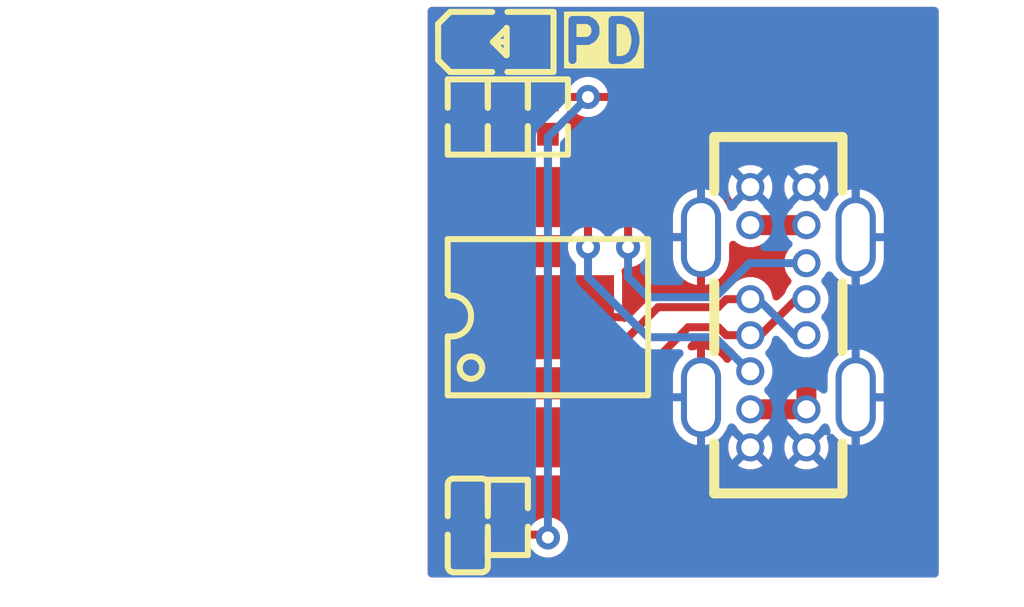
<source format=kicad_pcb>
(kicad_pcb (version 20241229) (generator "pcbnew") (generator_version "9.0")
  (layers (0 "F.Cu" signal) (2 "B.Cu" signal) (13 "F.Paste" user) (15 "B.Paste" user) (5 "F.SilkS" user "F.Silkscreen") (7 "B.SilkS" user "B.Silkscreen") (1 "F.Mask" user) (3 "B.Mask" user) (25 "Edge.Cuts" user))
  (net 0 "")
  (net 1 "pd_trigger.controller-line-1")
  (net 2 "pd_trigger.controller-line")
  (net 3 "pd_trigger-line-1")
  (net 4 "hv")
  (net 5 "pd_trigger-line")
  (net 6 "pd_trigger-gnd")
  (net 7 "cathode")
  (net 8 "line-1")
  (net 9 "line")
  (net 10 "line-2")
  (net 11 "line-3")
  (net 12 "gnd")
  (net 13 "anode")
  (footprint "UNI_ROYAL_0402WGF1002TCE:R0402" (layer "F.Cu") (at -7.75 -5 -90)
    (property "Reference" "R1" (hide yes))
    (property "Value" "10kΩ ±1% 62.5mW")
    (fp_line (start -0.23 0.5) (end -0.94 0.5) (stroke (width 0.15)) (layer "F.SilkS"))
    (fp_line (start -0.94 0.5) (end -0.94 -0.5) (stroke (width 0.15)) (layer "F.SilkS"))
    (fp_line (start -0.94 -0.5) (end -0.23 -0.5) (stroke (width 0.15)) (layer "F.SilkS"))
    (fp_line (start 0.23 0.5) (end 0.94 0.5) (stroke (width 0.15)) (layer "F.SilkS"))
    (fp_line (start 0.94 0.5) (end 0.94 -0.5) (stroke (width 0.15)) (layer "F.SilkS"))
    (fp_line (start 0.94 -0.5) (end 0.23 -0.5) (stroke (width 0.15)) (layer "F.SilkS"))
    (pad "2" smd rect (at 0.43 0 -90) (size 0.57 0.54) (layers "F.Cu" "F.Paste" "F.Mask") (net 6 "pd_trigger-gnd"))
    (pad "1" smd rect (at -0.43 0 -90) (size 0.57 0.54) (layers "F.Cu" "F.Paste" "F.Mask") (net 7 "cathode"))
  )
  (footprint "UNI_ROYAL_0402WGF1002TCE:R0402" (layer "F.Cu") (at -6.75 -5 90)
    (property "Reference" "R4" (hide yes))
    (property "Value" "10kΩ ±1% 62.5mW")
    (fp_line (start -0.23 0.5) (end -0.94 0.5) (stroke (width 0.15)) (layer "F.SilkS"))
    (fp_line (start -0.94 0.5) (end -0.94 -0.5) (stroke (width 0.15)) (layer "F.SilkS"))
    (fp_line (start -0.94 -0.5) (end -0.23 -0.5) (stroke (width 0.15)) (layer "F.SilkS"))
    (fp_line (start 0.23 0.5) (end 0.94 0.5) (stroke (width 0.15)) (layer "F.SilkS"))
    (fp_line (start 0.94 0.5) (end 0.94 -0.5) (stroke (width 0.15)) (layer "F.SilkS"))
    (fp_line (start 0.94 -0.5) (end 0.23 -0.5) (stroke (width 0.15)) (layer "F.SilkS"))
    (pad "2" smd rect (at 0.43 0 90) (size 0.57 0.54) (layers "F.Cu" "F.Paste" "F.Mask") (net 12 "gnd"))
    (pad "1" smd rect (at -0.43 0 90) (size 0.57 0.54) (layers "F.Cu" "F.Paste" "F.Mask") (net 5 "pd_trigger-line"))
  )
  (footprint "UNI_ROYAL_0402WGF1001TCE:R0402" (layer "F.Cu") (at -6.75 5 90)
    (property "Reference" "R3" (hide yes))
    (property "Value" "1kΩ ±1% 62.5mW")
    (fp_line (start -0.23 0.5) (end -0.94 0.5) (stroke (width 0.15)) (layer "F.SilkS"))
    (fp_line (start -0.94 0.5) (end -0.94 -0.5) (stroke (width 0.15)) (layer "F.SilkS"))
    (fp_line (start -0.94 -0.5) (end -0.23 -0.5) (stroke (width 0.15)) (layer "F.SilkS"))
    (fp_line (start 0.23 0.5) (end 0.94 0.5) (stroke (width 0.15)) (layer "F.SilkS"))
    (fp_line (start 0.94 0.5) (end 0.94 -0.5) (stroke (width 0.15)) (layer "F.SilkS"))
    (fp_line (start 0.94 -0.5) (end 0.23 -0.5) (stroke (width 0.15)) (layer "F.SilkS"))
    (pad "2" smd rect (at 0.43 0 90) (size 0.57 0.54) (layers "F.Cu" "F.Paste" "F.Mask") (net 4 "hv"))
    (pad "1" smd rect (at -0.43 0 90) (size 0.57 0.54) (layers "F.Cu" "F.Paste" "F.Mask") (net 13 "anode"))
  )
  (footprint "Hubei_KENTO_Elec_Blue_light_0603:LED0603-RD" (layer "F.Cu") (at -7 -6.875 0)
    (property "Reference" "U2" (hide yes))
    (property "Value" "2.9V")
    (fp_line (start 0.22 0.33) (end 0.21 0.33) (stroke (width 0.15)) (layer "F.SilkS"))
    (fp_line (start 0.21 0.33) (end -0.12 0) (stroke (width 0.15)) (layer "F.SilkS"))
    (fp_line (start 0.22 -0.35) (end 0.22 -0.34) (stroke (width 0.15)) (layer "F.SilkS"))
    (fp_line (start 0.22 -0.34) (end -0.12 0) (stroke (width 0.15)) (layer "F.SilkS"))
    (fp_line (start 0.22 -0.35) (end 0.22 0.33) (stroke (width 0.15)) (layer "F.SilkS"))
    (fp_line (start 0.24 -0.75) (end 1.39 -0.75) (stroke (width 0.15)) (layer "F.SilkS"))
    (fp_line (start 0.24 0.75) (end 1.39 0.75) (stroke (width 0.15)) (layer "F.SilkS"))
    (fp_line (start 1.39 -0.75) (end 1.39 0.73) (stroke (width 0.15)) (layer "F.SilkS"))
    (fp_line (start -0.14 0.75) (end -1.19 0.75) (stroke (width 0.15)) (layer "F.SilkS"))
    (fp_line (start -1.49 0.35) (end -1.49 0.45) (stroke (width 0.15)) (layer "F.SilkS"))
    (fp_line (start -1.49 0.45) (end -1.19 0.75) (stroke (width 0.15)) (layer "F.SilkS"))
    (fp_line (start -1.49 -0.35) (end -1.49 0.35) (stroke (width 0.15)) (layer "F.SilkS"))
    (fp_line (start -1.49 -0.35) (end -1.49 -0.45) (stroke (width 0.15)) (layer "F.SilkS"))
    (fp_line (start -1.49 -0.45) (end -1.19 -0.75) (stroke (width 0.15)) (layer "F.SilkS"))
    (fp_line (start -0.14 -0.75) (end -1.19 -0.75) (stroke (width 0.15)) (layer "F.SilkS"))
    (fp_line (start 0.22 0) (end -0.12 0) (stroke (width 0.15)) (layer "F.SilkS"))
    (pad "2" smd rect (at 0.8 0 90) (size 0.8 0.8) (layers "F.Cu" "F.Paste" "F.Mask") (net 13 "anode"))
    (pad "1" smd rect (at -0.8 0 90) (size 0.8 0.8) (layers "F.Cu" "F.Paste" "F.Mask") (net 7 "cathode"))
  )
  (footprint "Samsung_Electro_Mechanics_CL05A105KA5NQNC:C0402" (layer "F.Cu") (at -7.75 5.2 -90)
    (property "Reference" "C1" (hide yes))
    (property "Value" "1µF ±10% 25V X5R")
    (fp_line (start 1.02 -0.5) (end 0.23 -0.5) (stroke (width 0.15)) (layer "F.SilkS"))
    (fp_line (start 0.23 0.5) (end 1.02 0.5) (stroke (width 0.15)) (layer "F.SilkS"))
    (fp_line (start 1.17 0.35) (end 1.17 -0.35) (stroke (width 0.15)) (layer "F.SilkS"))
    (fp_line (start -1.02 -0.5) (end -0.23 -0.5) (stroke (width 0.15)) (layer "F.SilkS"))
    (fp_line (start -0.23 0.5) (end -1.02 0.5) (stroke (width 0.15)) (layer "F.SilkS"))
    (fp_line (start -1.17 0.35) (end -1.17 -0.35) (stroke (width 0.15)) (layer "F.SilkS"))
    (fp_arc (start 1.17 0.35) (mid 1.1260660171779822 0.456066017177982) (end 1.02 0.4999999999999999) (stroke (width 0.15)) (layer "F.SilkS"))
    (fp_arc (start 1.02 -0.5) (mid 1.1260660171779822 -0.4560660171779821) (end 1.17 -0.35) (stroke (width 0.15)) (layer "F.SilkS"))
    (fp_arc (start -1.17 0.35) (mid -1.1260660171779822 0.456066017177982) (end -1.02 0.4999999999999999) (stroke (width 0.15)) (layer "F.SilkS"))
    (fp_arc (start -1.02 -0.5) (mid -1.1260660171779822 -0.4560660171779821) (end -1.17 -0.35) (stroke (width 0.15)) (layer "F.SilkS"))
    (pad "2" smd rect (at 0.55 0 -90) (size 0.79 0.54) (layers "F.Cu" "F.Paste" "F.Mask") (net 12 "gnd"))
    (pad "1" smd rect (at -0.55 0 -90) (size 0.79 0.54) (layers "F.Cu" "F.Paste" "F.Mask") (net 4 "hv"))
  )
  (footprint "WCH_CH224K:ESSOP-10_L4.9-W3.9-P1.0-LS6.0-TL-EP" (layer "F.Cu") (at -5.75 0 0)
    (property "Reference" "U1" (hide yes))
    (property "Value" "")
    (fp_line (start -2.5 -1.95) (end 2.5 -1.95) (stroke (width 0.15)) (layer "F.SilkS"))
    (fp_line (start -2.5 -0.82) (end -2.5 -1.95) (stroke (width 0.15)) (layer "F.SilkS"))
    (fp_line (start -2.5 -0.58) (end -2.5 -0.82) (stroke (width 0.15)) (layer "F.SilkS"))
    (fp_line (start -2.5 0.48) (end -2.4 0.48) (stroke (width 0.15)) (layer "F.SilkS"))
    (fp_line (start -2.5 1.95) (end -2.5 0.48) (stroke (width 0.15)) (layer "F.SilkS"))
    (fp_line (start -2.5 1.95) (end 2.5 1.95) (stroke (width 0.15)) (layer "F.SilkS"))
    (fp_line (start -2.46 -0.54) (end -2.5 -0.58) (stroke (width 0.15)) (layer "F.SilkS"))
    (fp_line (start 2.5 1.95) (end 2.5 -1.95) (stroke (width 0.15)) (layer "F.SilkS"))
    (fp_arc (start -2.46 -0.54) (mid -2.063982 -0.393343) (end -1.920316 0.00377) (stroke (width 0.15)) (layer "F.SilkS"))
    (fp_arc (start -1.92 0) (mid -2.060589 0.339411) (end -2.4 0.48) (stroke (width 0.15)) (layer "F.SilkS"))
    (fp_circle (center -1.92 1.26) (end -1.64 1.26) (stroke (width 0.15)) (fill no) (layer "F.SilkS"))
    (pad "1" smd rect (at -2 3 90) (size 1.5 0.6) (layers "F.Cu" "F.Mask" "F.Paste") (net 4 "hv"))
    (pad "2" smd rect (at -1 3 90) (size 1.5 0.6) (layers "F.Cu" "F.Mask" "F.Paste") (net 2 "pd_trigger.controller-line"))
    (pad "3" smd rect (at 0 3 90) (size 1.5 0.6) (layers "F.Cu" "F.Mask" "F.Paste") (net 1 "pd_trigger.controller-line-1"))
    (pad "4" smd rect (at 1 3 90) (size 1.5 0.6) (layers "F.Cu" "F.Mask" "F.Paste") (net 11 "line-3"))
    (pad "5" smd rect (at 2 3 90) (size 1.5 0.6) (layers "F.Cu" "F.Mask" "F.Paste") (net 10 "line-2"))
    (pad "6" smd rect (at 2 -3 90) (size 1.5 0.6) (layers "F.Cu" "F.Mask" "F.Paste") (net 8 "line-1"))
    (pad "7" smd rect (at 1 -3 90) (size 1.5 0.6) (layers "F.Cu" "F.Mask" "F.Paste") (net 9 "line"))
    (pad "8" smd rect (at 0 -3 90) (size 1.5 0.6) (layers "F.Cu" "F.Mask" "F.Paste") (net 3 "pd_trigger-line-1"))
    (pad "9" smd rect (at -1 -3 90) (size 1.5 0.6) (layers "F.Cu" "F.Mask" "F.Paste") (net 5 "pd_trigger-line"))
    (pad "10" smd rect (at -2 -3 90) (size 1.5 0.6) (layers "F.Cu" "F.Mask" "F.Paste") (net 6 "pd_trigger-gnd"))
    (pad "11" smd rect (at 0 0 180) (size 3.3 2.1) (layers "F.Cu" "F.Mask" "F.Paste") (net 12 "gnd"))
  )
  (footprint "Jing_Extension_of_the_Electronic_Co_918_418K2022Y40000:USB-C-TH_TYPE-C-USB-14P" (layer "F.Cu") (at 0 0 90)
    (property "Reference" "X1" (hide yes))
    (property "Value" "")
    (fp_line (start -3.15 1.6) (end -4.4 1.6) (stroke (width 0.25)) (layer "F.SilkS"))
    (fp_line (start -4.4 1.6) (end -4.4 -1.6) (stroke (width 0.25)) (layer "F.SilkS"))
    (fp_line (start 0.85 1.6) (end -0.85 1.6) (stroke (width 0.25)) (layer "F.SilkS"))
    (fp_line (start 3.15 -1.6) (end 4.5 -1.6) (stroke (width 0.25)) (layer "F.SilkS"))
    (fp_line (start 4.5 -1.6) (end 4.5 1.6) (stroke (width 0.25)) (layer "F.SilkS"))
    (fp_line (start 4.5 1.6) (end 3.15 1.6) (stroke (width 0.25)) (layer "F.SilkS"))
    (fp_line (start -0.85 -1.6) (end 0.85 -1.6) (stroke (width 0.25)) (layer "F.SilkS"))
    (fp_line (start -4.4 -1.6) (end -3.15 -1.6) (stroke (width 0.25)) (layer "F.SilkS"))
    (pad "1" thru_hole circle (at -3.25 0.7 90) (size 0.7 0.7) (drill 0.4499864) (layers "*.Cu" "*.Mask") (net 12 "gnd"))
    (pad "2" thru_hole circle (at -2.3 0.7 90) (size 0.7 0.7) (drill 0.4499864) (layers "*.Cu" "*.Mask") (net 13 "anode"))
    (pad "3" thru_hole circle (at -0.45 0.7 90) (size 0.7 0.7) (drill 0.4499864) (layers "*.Cu" "*.Mask") (net 10 "line-2"))
    (pad "4" thru_hole circle (at 0.45 0.7 90) (size 0.7 0.7) (drill 0.4499864) (layers "*.Cu" "*.Mask") (net 11 "line-3"))
    (pad "5" thru_hole circle (at 1.35 0.7 90) (size 0.7 0.7) (drill 0.4499864) (layers "*.Cu" "*.Mask") (net 8 "line-1"))
    (pad "6" thru_hole circle (at 2.3 0.7 90) (size 0.7 0.7) (drill 0.4499864) (layers "*.Cu" "*.Mask") (net 13 "anode"))
    (pad "7" thru_hole circle (at 3.25 0.7 90) (size 0.7 0.7) (drill 0.4499864) (layers "*.Cu" "*.Mask") (net 12 "gnd"))
    (pad "8" thru_hole circle (at 3.25 -0.7 90) (size 0.7 0.7) (drill 0.4499864) (layers "*.Cu" "*.Mask") (net 12 "gnd"))
    (pad "9" thru_hole circle (at 2.3 -0.7 90) (size 0.7 0.7) (drill 0.4499864) (layers "*.Cu" "*.Mask") (net 13 "anode"))
    (pad "10" thru_hole circle (at 0.45 -0.7 90) (size 0.7 0.7) (drill 0.4499864) (layers "*.Cu" "*.Mask") (net 10 "line-2"))
    (pad "11" thru_hole circle (at -0.45 -0.7 90) (size 0.7 0.7) (drill 0.4499864) (layers "*.Cu" "*.Mask") (net 11 "line-3"))
    (pad "12" thru_hole circle (at -1.35 -0.7 90) (size 0.7 0.7) (drill 0.4499864) (layers "*.Cu" "*.Mask") (net 9 "line"))
    (pad "13" thru_hole circle (at -2.3 -0.7 90) (size 0.7 0.7) (drill 0.4499864) (layers "*.Cu" "*.Mask") (net 13 "anode"))
    (pad "14" thru_hole circle (at -3.25 -0.7 90) (size 0.7 0.7) (drill 0.4499864) (layers "*.Cu" "*.Mask") (net 12 "gnd"))
    (pad "0" thru_hole oval (at 2 -1.93 180) (size 1 2) (drill oval 0.700024 1.7000219999999997) (layers "*.Cu" "*.Mask") (net 12 "gnd"))
    (pad "0" thru_hole oval (at -2 -1.93 180) (size 1 2) (drill oval 0.700024 1.7000219999999997) (layers "*.Cu" "*.Mask") (net 12 "gnd"))
    (pad "0" thru_hole oval (at 2 1.93 180) (size 1 2) (drill oval 0.700024 1.7000219999999997) (layers "*.Cu" "*.Mask") (net 12 "gnd"))
    (pad "0" thru_hole oval (at -2 1.93 180) (size 1 2) (drill oval 0.700024 1.7000219999999997) (layers "*.Cu" "*.Mask") (net 12 "gnd"))
  )
  (footprint "UNI_ROYAL_0402WGF1002TCE:R0402" (layer "F.Cu") (at -5.75 -5 -90)
    (property "Reference" "R2" (hide yes))
    (property "Value" "10kΩ ±1% 62.5mW")
    (fp_line (start -0.23 0.5) (end -0.94 0.5) (stroke (width 0.15)) (layer "F.SilkS"))
    (fp_line (start -0.94 0.5) (end -0.94 -0.5) (stroke (width 0.15)) (layer "F.SilkS"))
    (fp_line (start -0.94 -0.5) (end -0.23 -0.5) (stroke (width 0.15)) (layer "F.SilkS"))
    (fp_line (start 0.23 0.5) (end 0.94 0.5) (stroke (width 0.15)) (layer "F.SilkS"))
    (fp_line (start 0.94 0.5) (end 0.94 -0.5) (stroke (width 0.15)) (layer "F.SilkS"))
    (fp_line (start 0.94 -0.5) (end 0.23 -0.5) (stroke (width 0.15)) (layer "F.SilkS"))
    (pad "2" smd rect (at 0.43 0 -90) (size 0.57 0.54) (layers "F.Cu" "F.Paste" "F.Mask") (net 3 "pd_trigger-line-1"))
    (pad "1" smd rect (at -0.43 0 -90) (size 0.57 0.54) (layers "F.Cu" "F.Paste" "F.Mask") (net 13 "anode"))
  )
  (via (at -3.75 -1.75) (size 0.6) (drill 0.3) (layers "F.Cu" "B.Cu") (net 8))
  (via (at -4.75 -1.75) (size 0.6) (drill 0.3) (layers "F.Cu" "B.Cu") (net 9))
  (via (at -5.75 5.5) (size 0.6) (drill 0.3) (layers "F.Cu" "B.Cu") (net 13))
  (via (at -4.75 -5.5) (size 0.6) (drill 0.3) (layers "F.Cu" "B.Cu") (net 13))
  (zone (net 12) (net_name "gnd") (layers "F.Cu" "B.Cu") (connect_pads (clearance 0.2)) (min_thickness 0.2) (fill yes (thermal_gap 0.2) (thermal_bridge_width 0.2))
    (polygon (pts (xy -8.75 6.5) (xy 4 6.5) (xy 4 -7.75) (xy -8.75 -7.75)))
  )
  (segment (start -5.75 -4.57) (end -5.75 -3) (width 0.2) (net 3) (layer "F.Cu"))
  (segment (start -7.67 4.57) (end -7.75 4.65) (width 0.2) (net 4) (layer "F.Cu"))
  (segment (start -7.75 3) (end -7.75 4.65) (width 0.2) (net 4) (layer "F.Cu"))
  (segment (start -6.75 4.57) (end -7.67 4.57) (width 0.2) (net 4) (layer "F.Cu"))
  (segment (start -6.75 -4.57) (end -6.75 -3) (width 0.2) (net 5) (layer "F.Cu"))
  (segment (start -7.75 -4.57) (end -7.75 -3) (width 0.2) (net 6) (layer "F.Cu"))
  (segment (start -7.75 -6.825) (end -7.8 -6.875) (width 0.2) (net 7) (layer "F.Cu"))
  (segment (start -7.75 -5.43) (end -7.75 -6.825) (width 0.2) (net 7) (layer "F.Cu"))
  (segment (start -3.75 -3) (end -3.75 -1.75) (width 0.2) (net 8) (layer "F.Cu"))
  (segment (start -0.720654 -1.35) (end 0.7 -1.35) (width 0.2) (net 8) (layer "B.Cu"))
  (segment (start -3.25 -0.5) (end -1.570654 -0.5) (width 0.2) (net 8) (layer "B.Cu"))
  (segment (start -3.75 -1.75) (end -3.75 -1) (width 0.2) (net 8) (layer "B.Cu"))
  (segment (start -3.75 -1) (end -3.25 -0.5) (width 0.2) (net 8) (layer "B.Cu"))
  (segment (start -1.570654 -0.5) (end -0.720654 -1.35) (width 0.2) (net 8) (layer "B.Cu"))
  (segment (start -4.75 -1.75) (end -4.75 -3) (width 0.2) (net 9) (layer "F.Cu"))
  (segment (start -0.7 1.35) (end -0.729346 1.35) (width 0.2) (net 9) (layer "B.Cu"))
  (segment (start -0.729346 1.35) (end -1.579346 0.5) (width 0.2) (net 9) (layer "B.Cu"))
  (segment (start -3.25 0.5) (end -4.75 -1) (width 0.2) (net 9) (layer "B.Cu"))
  (segment (start -4.75 -1) (end -4.75 -1.75) (width 0.2) (net 9) (layer "B.Cu"))
  (segment (start -2.25 0.5) (end -3.25 0.5) (width 0.2) (net 9) (layer "B.Cu"))
  (segment (start -1.579346 0.5) (end -2.25 0.5) (width 0.2) (net 9) (layer "B.Cu"))
  (segment (start -3.75 0.5) (end -3.75 3) (width 0.2) (net 10) (layer "F.Cu"))
  (segment (start -1.3 -0.45) (end -1.5 -0.25) (width 0.2) (net 10) (layer "F.Cu"))
  (segment (start -1.5 -0.25) (end -3 -0.25) (width 0.2) (net 10) (layer "F.Cu"))
  (segment (start -0.7 -0.45) (end -1.3 -0.45) (width 0.2) (net 10) (layer "F.Cu"))
  (segment (start -3 -0.25) (end -3.75 0.5) (width 0.2) (net 10) (layer "F.Cu"))
  (segment (start -0.5 -0.45) (end -0.7 -0.45) (width 0.2) (net 10) (layer "B.Cu"))
  (segment (start 0.7 0.45) (end 0.4 0.45) (width 0.2) (net 10) (layer "B.Cu"))
  (segment (start 0.4 0.45) (end -0.5 -0.45) (width 0.2) (net 10) (layer "B.Cu"))
  (segment (start -2.25 0.25) (end -3 1) (width 0.2) (net 11) (layer "F.Cu"))
  (segment (start -1.5 0.25) (end -2.25 0.25) (width 0.2) (net 11) (layer "F.Cu"))
  (segment (start -4.25 4.5) (end -4.75 4) (width 0.2) (net 11) (layer "F.Cu"))
  (segment (start 0.45 -0.45) (end -0.45 0.45) (width 0.2) (net 11) (layer "F.Cu"))
  (segment (start -1.3 0.45) (end -1.5 0.25) (width 0.2) (net 11) (layer "F.Cu"))
  (segment (start -3 1) (end -3 4) (width 0.2) (net 11) (layer "F.Cu"))
  (segment (start -3.5 4.5) (end -4.25 4.5) (width 0.2) (net 11) (layer "F.Cu"))
  (segment (start 0.7 -0.45) (end 0.45 -0.45) (width 0.2) (net 11) (layer "F.Cu"))
  (segment (start -4.75 4) (end -4.75 3) (width 0.2) (net 11) (layer "F.Cu"))
  (segment (start -3 4) (end -3.5 4.5) (width 0.2) (net 11) (layer "F.Cu"))
  (segment (start -0.45 0.45) (end -0.7 0.45) (width 0.2) (net 11) (layer "F.Cu"))
  (segment (start -0.7 0.45) (end -1.3 0.45) (width 0.2) (net 11) (layer "F.Cu"))
  (segment (start 3 -3.25) (end 2 -4.25) (width 0.6) (net 13) (layer "F.Cu"))
  (segment (start -6.2 -6.875) (end -5.75 -6.425) (width 0.2) (net 13) (layer "F.Cu"))
  (segment (start 2 0.25) (end 3 -0.75) (width 0.6) (net 13) (layer "F.Cu"))
  (segment (start 0.7 1.55) (end 1 1.25) (width 0.5) (net 13) (layer "F.Cu"))
  (segment (start 0.7 2.3) (end 0.7 1.55) (width 0.5) (net 13) (layer "F.Cu"))
  (segment (start -6.75 5.43) (end -5.82 5.43) (width 0.2) (net 13) (layer "F.Cu"))
  (segment (start 0 -4.25) (end 0 -5.5) (width 0.6) (net 13) (layer "F.Cu"))
  (segment (start 1 1.25) (end 1 1.226504) (width 0.3) (net 13) (layer "F.Cu"))
  (segment (start -4.75 -5.5) (end 0 -5.5) (width 0.2) (net 13) (layer "F.Cu"))
  (segment (start -5.75 -6.425) (end -5.75 -6.125) (width 0.2) (net 13) (layer "F.Cu"))
  (segment (start 2 -4.25) (end 0 -4.25) (width 0.6) (net 13) (layer "F.Cu"))
  (segment (start 3 -0.75) (end 3 -3.25) (width 0.6) (net 13) (layer "F.Cu"))
  (segment (start 1 1.226504) (end 1.976504 0.25) (width 0.3) (net 13) (layer "F.Cu"))
  (segment (start 1.976504 0.25) (end 2 0.25) (width 0.3) (net 13) (layer "F.Cu"))
  (segment (start -4.75 -5.5) (end -5.68 -5.5) (width 0.2) (net 13) (layer "F.Cu"))
  (segment (start -5.82 5.43) (end -5.75 5.5) (width 0.2) (net 13) (layer "F.Cu"))
  (segment (start 0.7 2.3) (end -0.7 2.3) (width 0.5) (net 13) (layer "F.Cu"))
  (segment (start 0 -2.3) (end 0 -4.25) (width 0.3) (net 13) (layer "F.Cu"))
  (segment (start 0.7 -2.3) (end 0 -2.3) (width 0.5) (net 13) (layer "F.Cu"))
  (segment (start -5.75 -6.125) (end -5.75 -5.43) (width 0.2) (net 13) (layer "F.Cu"))
  (segment (start -5.68 -5.5) (end -5.75 -5.43) (width 0.2) (net 13) (layer "F.Cu"))
  (segment (start 0 -2.3) (end -0.7 -2.3) (width 0.5) (net 13) (layer "F.Cu"))
  (segment (start -5.75 5.5) (end -5.75 -4.5) (width 0.2) (net 13) (layer "B.Cu"))
  (segment (start -5.75 -4.5) (end -4.75 -5.5) (width 0.2) (net 13) (layer "B.Cu"))
  (gr_text "PD" (at -4.375 -6.875 0) (layer "F.SilkS" knockout) (effects (font (size 1 1) (thickness 0.2))))
)
</source>
